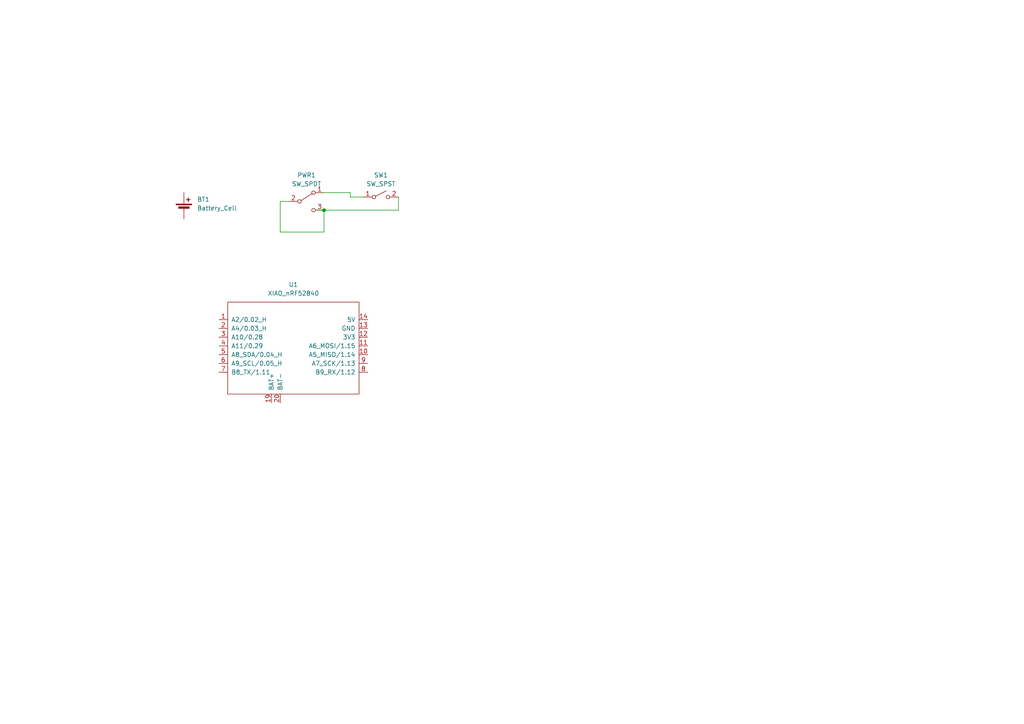
<source format=kicad_sch>
(kicad_sch (version 20231120) (generator "eeschema") (generator_version "8.0")
  (paper "A4")
  (lib_symbols
    (symbol "Switch:SW_SPST" (pin_names (offset 0) hide)
      (property "Reference" "SW" (at 0 3.175 0))
      (property "Value" "SW_SPST" (at 0 -2.54 0))
      (symbol "SW_SPST_0_0"
        (circle (center -2.032 0) (radius 0.508))
        (polyline (pts (xy -1.524 0.254) (xy 1.524 1.778)))
        (circle (center 2.032 0) (radius 0.508))
      )
      (symbol "SW_SPST_1_1"
        (pin passive line (at -5.08 0 0) (length 2.54) (name "A") (number "1"))
        (pin passive line (at 5.08 0 180) (length 2.54) (name "B") (number "2"))
      )
    )
    (symbol "Two:Battery_Cell" (pin_numbers hide) (pin_names (offset 0) hide)
      (property "Reference" "BT1" (at 3.81 3.1116 0))
      (property "Value" "Battery_Cell" (at 3.81 0.5716 0))
      (symbol "Battery_Cell_0_1"
        (rectangle (start -2.286 1.778) (end 2.286 1.524) (fill (type outline)))
        (rectangle (start -1.524 1.016) (end 1.524 0.508) (fill (type outline)))
        (polyline (pts (xy 0 0.762) (xy 0 0)))
        (polyline (pts (xy 0 1.778) (xy 0 2.54)))
        (polyline (pts (xy 0.762 3.048) (xy 1.778 3.048)) (stroke (width 0.254)))
        (polyline (pts (xy 1.27 3.556) (xy 1.27 2.54)) (stroke (width 0.254)))
      )
      (symbol "Battery_Cell_1_1"
        (pin passive line (at 0 5.08 270) (length 2.54) (name "+") (number "1"))
        (pin passive line (at 0 -2.54 90) (length 2.54) (name "-") (number "2"))
      )
    )
    (symbol "Two:SW_SPDT" (pin_names (offset 0) hide)
      (property "Reference" "PWR" (at 0 4.318 0))
      (property "Value" "SW_SPDT" (at 0 -5.08 0))
      (symbol "SW_SPDT_0_0"
        (circle (center -2.032 0) (radius 0.508))
        (circle (center 2.032 -2.54) (radius 0.508))
      )
      (symbol "SW_SPDT_0_1"
        (polyline (pts (xy -1.524 0.254) (xy 1.651 2.286)))
        (circle (center 2.032 2.54) (radius 0.508))
      )
      (symbol "SW_SPDT_1_1"
        (pin passive line (at 5.08 2.54 180) (length 2.54) (name "A") (number "1"))
        (pin passive line (at -5.08 0 0) (length 2.54) (name "B") (number "2"))
        (pin passive line (at 5.08 -2.54 180) (length 2.54) (name "C") (number "3"))
      )
    )
    (symbol "Two:XIAO_nRF52840" (pin_names (offset 1.016))
      (property "Reference" "U" (at 19.05 13.97 0))
      (property "Value" "XIAO_nRF52840" (at 19.05 -15.24 0))
      (symbol "XIAO_nRF52840_0_1"
        (rectangle (start -19.05 12.7) (end 19.05 -13.97))
      )
      (symbol "XIAO_nRF52840_1_1"
        (pin bidirectional line (at -21.59 7.62 0) (length 2.54) (name "A2/0.02_H") (number "1"))
        (pin bidirectional line (at 21.59 -2.54 180) (length 2.54) (name "A5_MISO/1.14") (number "10"))
        (pin bidirectional line (at 21.59 0 180) (length 2.54) (name "A6_MOSI/1.15") (number "11"))
        (pin power_out line (at 21.59 2.54 180) (length 2.54) (name "3V3") (number "12"))
        (pin power_out line (at 21.59 5.08 180) (length 2.54) (name "GND") (number "13"))
        (pin power_out line (at 21.59 7.62 180) (length 2.54) (name "5V") (number "14"))
        (pin power_in line (at -6.35 -16.51 90) (length 2.54) (name "BAT+") (number "19"))
        (pin bidirectional line (at -21.59 5.08 0) (length 2.54) (name "A4/0.03_H") (number "2"))
        (pin power_in line (at -3.81 -16.51 90) (length 2.54) (name "BAT-") (number "20"))
        (pin bidirectional line (at -21.59 2.54 0) (length 2.54) (name "A10/0.28") (number "3"))
        (pin bidirectional line (at -21.59 0 0) (length 2.54) (name "A11/0.29") (number "4"))
        (pin bidirectional line (at -21.59 -2.54 0) (length 2.54) (name "A8_SDA/0.04_H") (number "5"))
        (pin bidirectional line (at -21.59 -5.08 0) (length 2.54) (name "A9_SCL/0.05_H") (number "6"))
        (pin bidirectional line (at -21.59 -7.62 0) (length 2.54) (name "B8_TX/1.11") (number "7"))
        (pin bidirectional line (at 21.59 -7.62 180) (length 2.54) (name "B9_RX/1.12") (number "8"))
        (pin bidirectional line (at 21.59 -5.08 180) (length 2.54) (name "A7_SCK/1.13") (number "9"))
      )
    )
  )
  (junction (at 93.98 60.96))
  (wire (pts (xy 81.28 58.42) (xy 81.28 67.31)))
  (wire (pts (xy 93.98 55.88) (xy 101.6 55.88)))
  (wire (pts (xy 115.57 57.15) (xy 115.57 60.96)))
  (wire (pts (xy 81.28 67.31) (xy 93.98 67.31)))
  (wire (pts (xy 101.6 57.15) (xy 105.41 57.15)))
  (wire (pts (xy 83.82 58.42) (xy 81.28 58.42)))
  (wire (pts (xy 115.57 60.96) (xy 93.98 60.96)))
  (wire (pts (xy 91.44 60.96) (xy 93.98 60.96)))
  (wire (pts (xy 93.98 67.31) (xy 93.98 60.96)))
  (wire (pts (xy 101.6 55.88) (xy 101.6 57.15)))
  (symbol (lib_id "Two:XIAO_nRF52840") (at 85.09 100.33 0) (unit 1)
    (property "Reference" "U1" (at 85.09 82.55 0))
    (property "Value" "XIAO_nRF52840" (at 85.09 85.09 0))
    (property "Footprint" "Two:XIAO_nRF52840_DUAL" (effects (hide yes)))
  )
  (symbol (lib_id "Switch:SW_SPST") (at 110.49 57.15 0) (unit 1)
    (property "Reference" "SW1" (at 110.49 50.8 0))
    (property "Value" "SW_SPST" (at 110.49 53.34 0))
    (property "Footprint" "Two:KS-27_KS-33_Hotswap_1U_DUAL" (effects (hide yes)))
    (property "Description" "Single Pole Single Throw (SPST) switch" (effects (hide yes)))
  )
  (symbol (lib_id "Two:Battery_Cell") (at 53.34 60.96 0) (unit 1)
    (property "Reference" "BT1" (at 57.15 57.8484 0) (effects (justify left)))
    (property "Value" "Battery_Cell" (at 57.15 60.3884 0) (effects (justify left)))
    (property "Footprint" "Two:lp601730" (effects (hide yes)))
    (property "Description" "Single-cell battery" (effects (hide yes)))
  )
  (symbol (lib_id "Two:SW_SPDT") (at 88.9 58.42 0) (unit 1)
    (property "Reference" "PWR1" (at 88.9 50.8 0))
    (property "Value" "SW_SPDT" (at 88.9 53.34 0))
    (property "Footprint" "Two:MSK-12C02_DUAL" (effects (hide yes)))
    (property "Description" "Switch, single pole double throw" (effects (hide yes)))
  )
)
</source>
